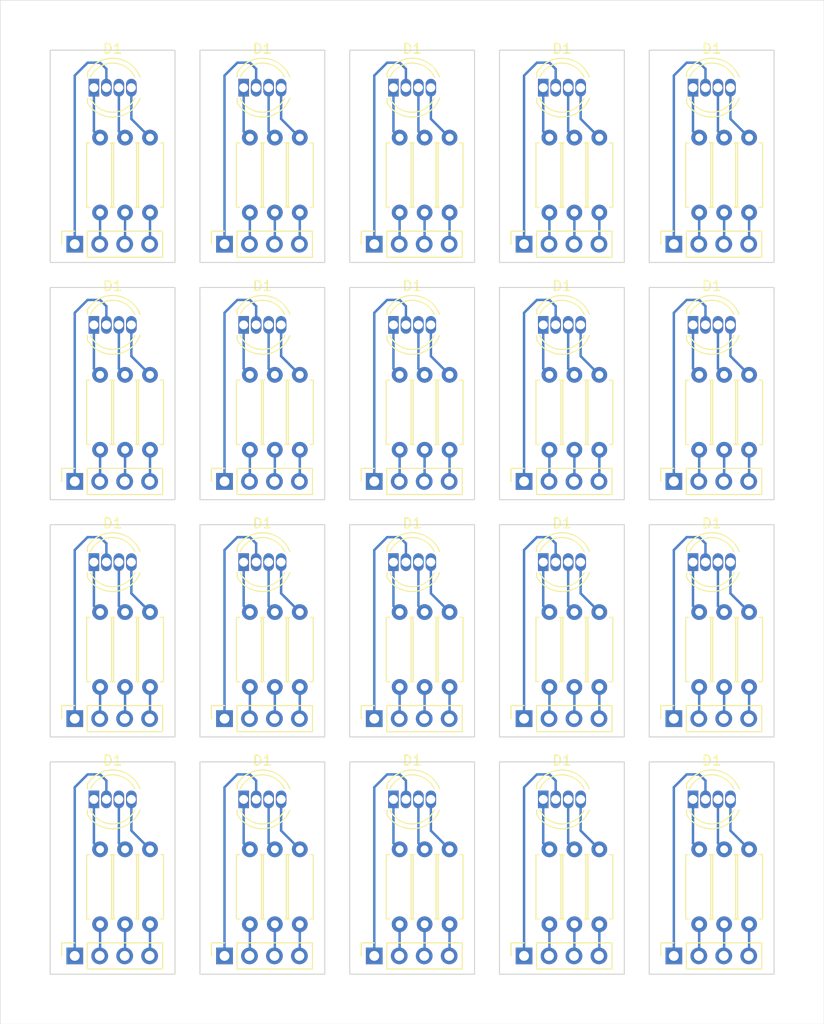
<source format=kicad_pcb>
(kicad_pcb (version 20211014) (generator pcbnew)

  (general
    (thickness 1.6)
  )

  (paper "A4")
  (layers
    (0 "F.Cu" signal)
    (31 "B.Cu" signal)
    (32 "B.Adhes" user "B.Adhesive")
    (33 "F.Adhes" user "F.Adhesive")
    (34 "B.Paste" user)
    (35 "F.Paste" user)
    (36 "B.SilkS" user "B.Silkscreen")
    (37 "F.SilkS" user "F.Silkscreen")
    (38 "B.Mask" user)
    (39 "F.Mask" user)
    (40 "Dwgs.User" user "User.Drawings")
    (41 "Cmts.User" user "User.Comments")
    (42 "Eco1.User" user "User.Eco1")
    (43 "Eco2.User" user "User.Eco2")
    (44 "Edge.Cuts" user)
    (45 "Margin" user)
    (46 "B.CrtYd" user "B.Courtyard")
    (47 "F.CrtYd" user "F.Courtyard")
    (48 "B.Fab" user)
    (49 "F.Fab" user)
    (50 "User.1" user)
    (51 "User.2" user)
    (52 "User.3" user)
    (53 "User.4" user)
    (54 "User.5" user)
    (55 "User.6" user)
    (56 "User.7" user)
    (57 "User.8" user)
    (58 "User.9" user)
  )

  (setup
    (pad_to_mask_clearance 0)
    (pcbplotparams
      (layerselection 0x00010fc_ffffffff)
      (disableapertmacros false)
      (usegerberextensions false)
      (usegerberattributes true)
      (usegerberadvancedattributes true)
      (creategerberjobfile true)
      (svguseinch false)
      (svgprecision 6)
      (excludeedgelayer true)
      (plotframeref false)
      (viasonmask false)
      (mode 1)
      (useauxorigin false)
      (hpglpennumber 1)
      (hpglpenspeed 20)
      (hpglpendiameter 15.000000)
      (dxfpolygonmode true)
      (dxfimperialunits true)
      (dxfusepcbnewfont true)
      (psnegative false)
      (psa4output false)
      (plotreference true)
      (plotvalue true)
      (plotinvisibletext false)
      (sketchpadsonfab false)
      (subtractmaskfromsilk false)
      (outputformat 1)
      (mirror false)
      (drillshape 1)
      (scaleselection 1)
      (outputdirectory "")
    )
  )

  (net 0 "")
  (net 1 "Net-(D1-Pad1)")
  (net 2 "GND")
  (net 3 "Net-(D1-Pad3)")
  (net 4 "Net-(D1-Pad4)")
  (net 5 "Net-(J1-Pad3)")
  (net 6 "Net-(J1-Pad4)")
  (net 7 "Net-(R1-Pad1)")

  (footprint "LED_THT:LED_D5.0mm-4_RGB" (layer "F.Cu") (at 75.57 104.14))

  (footprint "Resistor_THT:R_Axial_DIN0207_L6.3mm_D2.5mm_P7.62mm_Horizontal" (layer "F.Cu") (at 106.68 140.97 90))

  (footprint "Resistor_THT:R_Axial_DIN0207_L6.3mm_D2.5mm_P7.62mm_Horizontal" (layer "F.Cu") (at 66.04 92.71 90))

  (footprint "Resistor_THT:R_Axial_DIN0207_L6.3mm_D2.5mm_P7.62mm_Horizontal" (layer "F.Cu") (at 109.22 92.71 90))

  (footprint "Resistor_THT:R_Axial_DIN0207_L6.3mm_D2.5mm_P7.62mm_Horizontal" (layer "F.Cu") (at 109.22 68.58 90))

  (footprint "Resistor_THT:R_Axial_DIN0207_L6.3mm_D2.5mm_P7.62mm_Horizontal" (layer "F.Cu") (at 93.98 140.97 90))

  (footprint "Resistor_THT:R_Axial_DIN0207_L6.3mm_D2.5mm_P7.62mm_Horizontal" (layer "F.Cu") (at 106.68 68.58 90))

  (footprint "Connector_PinSocket_2.54mm:PinSocket_1x04_P2.54mm_Vertical" (layer "F.Cu") (at 88.86 95.93 90))

  (footprint "Resistor_THT:R_Axial_DIN0207_L6.3mm_D2.5mm_P7.62mm_Horizontal" (layer "F.Cu") (at 124.46 92.71 90))

  (footprint "Resistor_THT:R_Axial_DIN0207_L6.3mm_D2.5mm_P7.62mm_Horizontal" (layer "F.Cu") (at 60.96 68.58 90))

  (footprint "LED_THT:LED_D5.0mm-4_RGB" (layer "F.Cu") (at 60.33 128.27))

  (footprint "Resistor_THT:R_Axial_DIN0207_L6.3mm_D2.5mm_P7.62mm_Horizontal" (layer "F.Cu") (at 63.5 92.71 90))

  (footprint "Connector_PinSocket_2.54mm:PinSocket_1x04_P2.54mm_Vertical" (layer "F.Cu") (at 119.34 71.8 90))

  (footprint "Resistor_THT:R_Axial_DIN0207_L6.3mm_D2.5mm_P7.62mm_Horizontal" (layer "F.Cu") (at 76.2 140.97 90))

  (footprint "LED_THT:LED_D5.0mm-4_RGB" (layer "F.Cu") (at 60.33 80.01))

  (footprint "Resistor_THT:R_Axial_DIN0207_L6.3mm_D2.5mm_P7.62mm_Horizontal" (layer "F.Cu") (at 60.96 92.71 90))

  (footprint "LED_THT:LED_D5.0mm-4_RGB" (layer "F.Cu") (at 60.33 104.14))

  (footprint "Resistor_THT:R_Axial_DIN0207_L6.3mm_D2.5mm_P7.62mm_Horizontal" (layer "F.Cu") (at 127 92.71 90))

  (footprint "Resistor_THT:R_Axial_DIN0207_L6.3mm_D2.5mm_P7.62mm_Horizontal" (layer "F.Cu") (at 93.98 68.58 90))

  (footprint "Resistor_THT:R_Axial_DIN0207_L6.3mm_D2.5mm_P7.62mm_Horizontal" (layer "F.Cu") (at 63.5 140.97 90))

  (footprint "Resistor_THT:R_Axial_DIN0207_L6.3mm_D2.5mm_P7.62mm_Horizontal" (layer "F.Cu") (at 63.5 68.58 90))

  (footprint "Connector_PinSocket_2.54mm:PinSocket_1x04_P2.54mm_Vertical" (layer "F.Cu") (at 88.86 71.8 90))

  (footprint "Resistor_THT:R_Axial_DIN0207_L6.3mm_D2.5mm_P7.62mm_Horizontal" (layer "F.Cu") (at 78.74 92.71 90))

  (footprint "Resistor_THT:R_Axial_DIN0207_L6.3mm_D2.5mm_P7.62mm_Horizontal" (layer "F.Cu") (at 121.92 92.71 90))

  (footprint "LED_THT:LED_D5.0mm-4_RGB" (layer "F.Cu") (at 75.57 80.01))

  (footprint "Connector_PinSocket_2.54mm:PinSocket_1x04_P2.54mm_Vertical" (layer "F.Cu") (at 119.34 95.93 90))

  (footprint "Resistor_THT:R_Axial_DIN0207_L6.3mm_D2.5mm_P7.62mm_Horizontal" (layer "F.Cu") (at 121.92 116.84 90))

  (footprint "Resistor_THT:R_Axial_DIN0207_L6.3mm_D2.5mm_P7.62mm_Horizontal" (layer "F.Cu") (at 121.92 68.58 90))

  (footprint "Connector_PinSocket_2.54mm:PinSocket_1x04_P2.54mm_Vertical" (layer "F.Cu") (at 58.38 120.06 90))

  (footprint "Connector_PinSocket_2.54mm:PinSocket_1x04_P2.54mm_Vertical" (layer "F.Cu") (at 104.1 95.93 90))

  (footprint "Resistor_THT:R_Axial_DIN0207_L6.3mm_D2.5mm_P7.62mm_Horizontal" (layer "F.Cu") (at 91.44 68.58 90))

  (footprint "Resistor_THT:R_Axial_DIN0207_L6.3mm_D2.5mm_P7.62mm_Horizontal" (layer "F.Cu") (at 96.52 116.84 90))

  (footprint "Resistor_THT:R_Axial_DIN0207_L6.3mm_D2.5mm_P7.62mm_Horizontal" (layer "F.Cu") (at 66.04 68.58 90))

  (footprint "Resistor_THT:R_Axial_DIN0207_L6.3mm_D2.5mm_P7.62mm_Horizontal" (layer "F.Cu") (at 81.28 68.58 90))

  (footprint "Resistor_THT:R_Axial_DIN0207_L6.3mm_D2.5mm_P7.62mm_Horizontal" (layer "F.Cu") (at 96.52 92.71 90))

  (footprint "Resistor_THT:R_Axial_DIN0207_L6.3mm_D2.5mm_P7.62mm_Horizontal" (layer "F.Cu") (at 124.46 68.58 90))

  (footprint "Connector_PinSocket_2.54mm:PinSocket_1x04_P2.54mm_Vertical" (layer "F.Cu") (at 73.62 95.93 90))

  (footprint "Resistor_THT:R_Axial_DIN0207_L6.3mm_D2.5mm_P7.62mm_Horizontal" (layer "F.Cu") (at 66.04 140.97 90))

  (footprint "Resistor_THT:R_Axial_DIN0207_L6.3mm_D2.5mm_P7.62mm_Horizontal" (layer "F.Cu") (at 78.74 68.58 90))

  (footprint "LED_THT:LED_D5.0mm-4_RGB" (layer "F.Cu") (at 121.29 80.01))

  (footprint "LED_THT:LED_D5.0mm-4_RGB" (layer "F.Cu") (at 75.57 55.88))

  (footprint "Resistor_THT:R_Axial_DIN0207_L6.3mm_D2.5mm_P7.62mm_Horizontal" (layer "F.Cu") (at 78.74 140.97 90))

  (footprint "Resistor_THT:R_Axial_DIN0207_L6.3mm_D2.5mm_P7.62mm_Horizontal" (layer "F.Cu") (at 124.46 140.97 90))

  (footprint "Resistor_THT:R_Axial_DIN0207_L6.3mm_D2.5mm_P7.62mm_Horizontal" (layer "F.Cu") (at 96.52 68.58 90))

  (footprint "Resistor_THT:R_Axial_DIN0207_L6.3mm_D2.5mm_P7.62mm_Horizontal" (layer "F.Cu") (at 81.28 92.71 90))

  (footprint "LED_THT:LED_D5.0mm-4_RGB" (layer "F.Cu") (at 90.81 128.27))

  (footprint "Connector_PinSocket_2.54mm:PinSocket_1x04_P2.54mm_Vertical" (layer "F.Cu") (at 104.1 71.8 90))

  (footprint "LED_THT:LED_D5.0mm-4_RGB" (layer "F.Cu") (at 90.81 104.14))

  (footprint "Resistor_THT:R_Axial_DIN0207_L6.3mm_D2.5mm_P7.62mm_Horizontal" (layer "F.Cu") (at 76.2 92.71 90))

  (footprint "Resistor_THT:R_Axial_DIN0207_L6.3mm_D2.5mm_P7.62mm_Horizontal" (layer "F.Cu") (at 76.2 68.58 90))

  (footprint "Resistor_THT:R_Axial_DIN0207_L6.3mm_D2.5mm_P7.62mm_Horizontal" (layer "F.Cu") (at 76.2 116.84 90))

  (footprint "LED_THT:LED_D5.0mm-4_RGB" (layer "F.Cu") (at 60.33 55.88))

  (footprint "LED_THT:LED_D5.0mm-4_RGB" (layer "F.Cu")
    (tedit 5F459855) (tstamp 81257909-9753-40a0-903a-d68b3d927499)
    (at 106.05 55.88)
    (descr "LED, diameter 5.0mm, 4 pins, WP154A4, https://www.kingbright.com/attachments/file/psearch/000/00/00/L-154A4SUREQBFZGEW(Ver.11A).pdf")
    (tags "LED diameter 5.0mm 2 pins diameter 5.0mm 3 pins diameter 5.0mm 4 pins RGB RGBLED")
    (property "Sheetfile" "RPi LED.kicad_sch")
    (property "Sheetname" "")
    (attr through_hole)
    (fp_text reference "D1" (at 1.905 -3.96) (layer "F.SilkS")
      (effects (font (size 1 1) (thickness 0.15)))
      (tstamp d1fc789a-6bda-4eb6-960a-a32156200b85)
    )
    (fp_text value "LED_BKGR" (at 1.905 3.96) (layer "F.Fab") hide
      (effects (font (size 1 1) (thickness 0.15)))
      (tstamp 9ef75d9c-142b-4919-a75a-655397e06838)
    )
    (fp_text user "${REFERENCE}" (at 1.905 -3.96) (layer "F.Fab")
      (effects (font (size 1 1) (thickness 0.15)))
      (tstamp 09564bbf-cb30-42fc-808a-a75abc5bdbc1)
    )
    (fp_line (start -0.655 1.08) (end -0.655 1.545) (layer "F.SilkS") (width 0.12) (tstamp 32ebca63-39f1-4027-b933-33515d2d758a))
    (fp_line (start -0.655 -1.545) (end -0.655 -1.08) (layer "F.SilkS") (width 0.12) (tstamp ff9e10a4-7495-485b-8202-a6ed4f8e6b57))
    (fp_arc (start 4.692815 1.080827) (mid 2.163456 2.978808) (end -0.655 1.54483) (layer "F.SilkS") (width 0.12) (tstamp 4718887a-cb51-4b10-a5f1-db15aaf46fbe))
    (fp_arc (start -0.349684 -1.08) (mid 1.904762 -2.5) (end 4.159479 -1.080429) (layer "F.SilkS") (width 0.12) (tstamp 90d905cf-8306-4308-975c-903e9e526d4c))
    (fp_arc (start 4.159479 1.080429) (mid 1.904762 2.5) (end -0.349684 1.08) (layer "F.SilkS") (width 0.12) (tstamp 94e3b89f-e822-485a-9877-f2ab12693a0b))
    (fp_arc (start -0.655 -1.54483) (mid 2.163456 -2.978809) (end 4.692815 -1.080827) (layer "F.SilkS") (width 0.12) (tstamp efa9584f-31cb-4c51-bb1a-778cab87fb18))
    (fp_line (start 5.15 -3.25) (end -1.35 -3.25) (layer "F.CrtYd") (width 0.05) (tstamp 512f399b-d061-4b4f-bfdd-2d7c453c0bbb))
    (fp_line (start -1.35 -3.25) (end -1.35 3.25) (layer "F.CrtYd") (width 0.05) (tstamp 88cd6215-2123-45e1-8230-649e88b7e512))
    (fp_line (start -1.35 3.25) (end 5.15 3.25) (layer "F.CrtYd") (width 0.05) (tstamp a6b694f4-c16f-43b6-872d-43ff24dea809))
    (fp_line (start 5.15 3.25) (end 5.15 -3.25) (layer "F.CrtYd") (width 0.05) (tstamp b728ccec-8735-4393-88b2-e539bc5ca0bf))
    (fp_line (start -0.595 -1.469694) (end -0.595 1.469694) (layer "F.Fab") (width 0.1) (tstamp a58a9018-9d14-407e-9d1e-a7da2fbb480e))
    (fp_arc (start -0.595 -1.469694) (mid 4.805 0.000016) (end -0.595016 1.469666) (layer "F.Fab") (width 0.1) (tstamp 0c91d1e4-1011-4979-89af-33534b6129ee))
    (fp_circle (center 1.905 0) (end 4.405 0) (layer "F.Fab") (width 0.1) (fill none) (tstamp 35cc90f8-fbde-4837-9242-70b4b67a5485))
    (pad "1" thru_hole rect (at 0 0) (size 1.07 1.8) (drill 0.9) (layers *.Cu *.Mask)
      (net 1 "Net-(D1-Pad1)") (pinfunction "BA") (pintype "passive") (tstamp 11835fea-a19a-4915-829f-0b4fae76bb20))
    (pad "2" thru_hole oval (at 1.27 0) (size 1.07 1.8) (drill 0.9) (layers *.Cu *.Mask)
      (net 2 "GND") (pinfunction "K") (pintype "passive") (tstamp d14de894-de66-4e4d-9271-cbf9f805397f))
    (pad "3" thru_hole oval (at 2.54 0) (size 1.07 1.8) (drill 0.9) (layers *.Cu *.Mask)
      (net 3 "Net-(D1-Pad3)") (pinfunction "GA") (pintype "passive") (tstamp 616c2215-7311-4766-9792-85c7293ae12d))
    (pad "4" thru_hole oval (at 3.81 0) (size 1.07 1.8) (drill 0.9) (layers *.Cu *.Mask)
      (net 4 "Net-(D1-Pad4)") (pinfunction "RA") (pintype "passive") (tstamp 9dd69496-42df-48b5-911e-583cb4f68e80))
    (model "${KICAD6_3DMODEL_DIR}/LED_THT.3dshapes/LED_D5.0mm-4_RGB.wrl"
      (offset (xyz 0 0 0))
      (scale (xyz 1 1 1))
      (rotate
... [224723 chars truncated]
</source>
